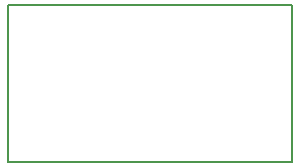
<source format=gbr>
G04 #@! TF.GenerationSoftware,KiCad,Pcbnew,(5.0.1)-3*
G04 #@! TF.CreationDate,2020-05-05T20:51:12+03:00*
G04 #@! TF.ProjectId,VienaTranPastiprinatajs,5669656E615472616E50617374697072,rev?*
G04 #@! TF.SameCoordinates,Original*
G04 #@! TF.FileFunction,Profile,NP*
%FSLAX46Y46*%
G04 Gerber Fmt 4.6, Leading zero omitted, Abs format (unit mm)*
G04 Created by KiCad (PCBNEW (5.0.1)-3) date 05-May-20 8:51:12 PM*
%MOMM*%
%LPD*%
G01*
G04 APERTURE LIST*
%ADD10C,0.200000*%
G04 APERTURE END LIST*
D10*
X107400000Y-43200000D02*
X107400000Y-56500000D01*
X83400000Y-43200000D02*
X107400000Y-43200000D01*
X83400000Y-56500000D02*
X107400000Y-56500000D01*
X83400000Y-43200000D02*
X83400000Y-56500000D01*
M02*

</source>
